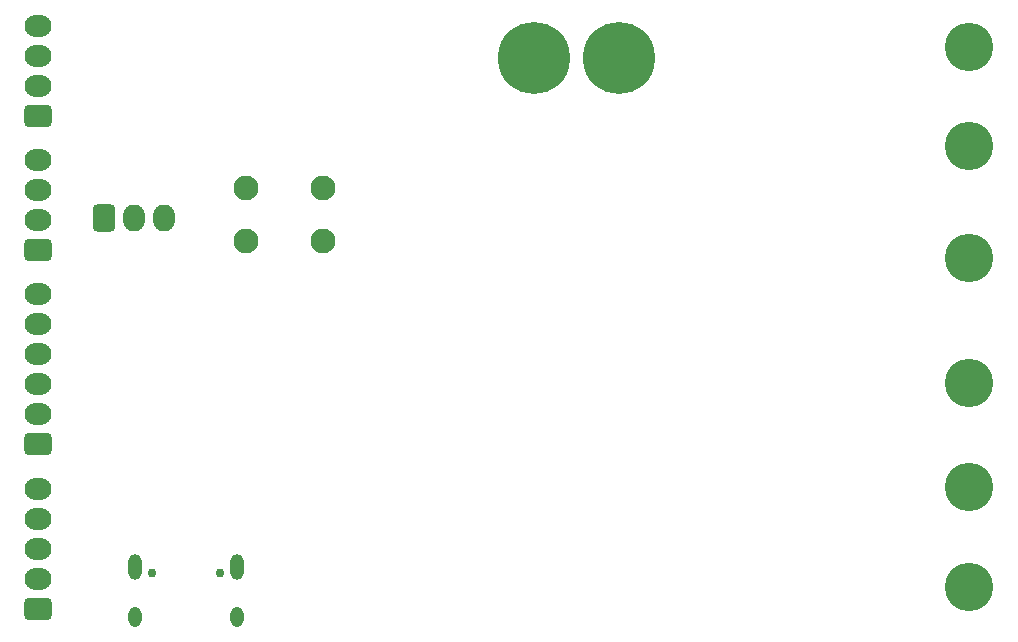
<source format=gbs>
G04 #@! TF.GenerationSoftware,KiCad,Pcbnew,6.0.0-rc2*
G04 #@! TF.CreationDate,2022-06-15T13:36:45-07:00*
G04 #@! TF.ProjectId,RP2040_motor,52503230-3430-45f6-9d6f-746f722e6b69,REV1*
G04 #@! TF.SameCoordinates,Original*
G04 #@! TF.FileFunction,Soldermask,Bot*
G04 #@! TF.FilePolarity,Negative*
%FSLAX46Y46*%
G04 Gerber Fmt 4.6, Leading zero omitted, Abs format (unit mm)*
G04 Created by KiCad (PCBNEW 6.0.0-rc2) date 2022-06-15 13:36:45*
%MOMM*%
%LPD*%
G01*
G04 APERTURE LIST*
G04 Aperture macros list*
%AMRoundRect*
0 Rectangle with rounded corners*
0 $1 Rounding radius*
0 $2 $3 $4 $5 $6 $7 $8 $9 X,Y pos of 4 corners*
0 Add a 4 corners polygon primitive as box body*
4,1,4,$2,$3,$4,$5,$6,$7,$8,$9,$2,$3,0*
0 Add four circle primitives for the rounded corners*
1,1,$1+$1,$2,$3*
1,1,$1+$1,$4,$5*
1,1,$1+$1,$6,$7*
1,1,$1+$1,$8,$9*
0 Add four rect primitives between the rounded corners*
20,1,$1+$1,$2,$3,$4,$5,0*
20,1,$1+$1,$4,$5,$6,$7,0*
20,1,$1+$1,$6,$7,$8,$9,0*
20,1,$1+$1,$8,$9,$2,$3,0*%
G04 Aperture macros list end*
%ADD10RoundRect,0.301000X0.845000X-0.620000X0.845000X0.620000X-0.845000X0.620000X-0.845000X-0.620000X0*%
%ADD11O,2.292000X1.842000*%
%ADD12C,2.102000*%
%ADD13C,4.102000*%
%ADD14RoundRect,0.301000X-0.620000X-0.845000X0.620000X-0.845000X0.620000X0.845000X-0.620000X0.845000X0*%
%ADD15O,1.842000X2.292000*%
%ADD16C,6.102000*%
%ADD17C,0.752000*%
%ADD18O,1.102000X2.202000*%
%ADD19O,1.102000X1.702000*%
G04 APERTURE END LIST*
D10*
X77750000Y-89300000D03*
D11*
X77750000Y-86760000D03*
X77750000Y-84220000D03*
X77750000Y-81680000D03*
D12*
X101890000Y-84000000D03*
X95390000Y-84000000D03*
X101890000Y-88500000D03*
X95390000Y-88500000D03*
D13*
X156619000Y-89920000D03*
D14*
X83390000Y-86600000D03*
D15*
X85930000Y-86600000D03*
X88470000Y-86600000D03*
D13*
X156619000Y-72130000D03*
D10*
X77750000Y-105700000D03*
D11*
X77750000Y-103160000D03*
X77750000Y-100620000D03*
X77750000Y-98080000D03*
X77750000Y-95540000D03*
X77750000Y-93000000D03*
D16*
X119740000Y-73000000D03*
D13*
X156619000Y-100510000D03*
D10*
X77750000Y-77950000D03*
D11*
X77750000Y-75410000D03*
X77750000Y-72870000D03*
X77750000Y-70330000D03*
D10*
X77750000Y-119650000D03*
D11*
X77750000Y-117110000D03*
X77750000Y-114570000D03*
X77750000Y-112030000D03*
X77750000Y-109490000D03*
D13*
X156619000Y-117800000D03*
X156619000Y-80470000D03*
X156619000Y-109350000D03*
D17*
X93180000Y-116645000D03*
X87400000Y-116645000D03*
D18*
X94610000Y-116145000D03*
X85970000Y-116145000D03*
D19*
X85970000Y-120325000D03*
X94610000Y-120325000D03*
D16*
X126990000Y-73000000D03*
M02*

</source>
